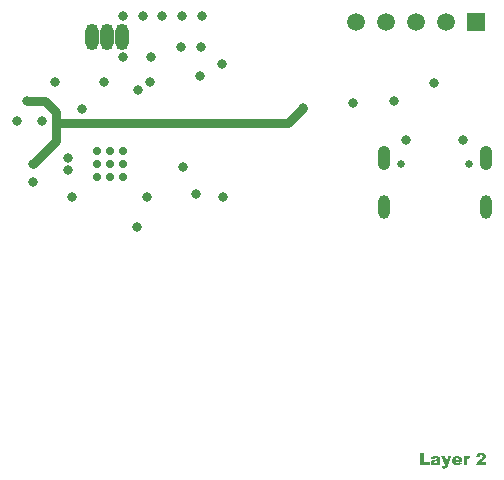
<source format=gbr>
%TF.GenerationSoftware,Altium Limited,Altium Designer,23.11.1 (41)*%
G04 Layer_Physical_Order=3*
G04 Layer_Color=16440176*
%FSLAX26Y26*%
%MOIN*%
%TF.SameCoordinates,9526E2AF-B100-4743-A6B5-6A4C7E8B4C09*%
%TF.FilePolarity,Positive*%
%TF.FileFunction,Copper,L3,Inr,Signal*%
%TF.Part,Single*%
G01*
G75*
%TA.AperFunction,ComponentPad*%
%ADD28C,0.025591*%
%ADD29O,0.041339X0.082677*%
%ADD30O,0.039370X0.078740*%
%ADD31R,0.059055X0.059055*%
%ADD32C,0.059055*%
%ADD33O,0.043622X0.088976*%
%TA.AperFunction,ViaPad*%
%ADD34C,0.031496*%
%ADD35C,0.027559*%
%TA.AperFunction,Conductor*%
%ADD36C,0.031496*%
G36*
X1858488Y-727231D02*
X1859144Y-727362D01*
X1859931Y-727559D01*
X1860850Y-727822D01*
X1861899Y-728215D01*
X1862949Y-728740D01*
X1859472Y-736612D01*
X1859407Y-736546D01*
X1859144Y-736481D01*
X1858816Y-736350D01*
X1858357Y-736153D01*
X1857373Y-735890D01*
X1856848Y-735825D01*
X1856389Y-735759D01*
X1856061D01*
X1855668Y-735825D01*
X1855143Y-735956D01*
X1854618Y-736218D01*
X1854093Y-736546D01*
X1853503Y-737006D01*
X1853043Y-737596D01*
X1852978Y-737727D01*
X1852912Y-737858D01*
X1852781Y-738121D01*
X1852650Y-738383D01*
X1852519Y-738777D01*
X1852322Y-739236D01*
X1852191Y-739761D01*
X1852060Y-740351D01*
X1851863Y-741073D01*
X1851732Y-741794D01*
X1851600Y-742713D01*
X1851469Y-743631D01*
X1851403Y-744681D01*
X1851338Y-745862D01*
Y-747108D01*
Y-756751D01*
X1840186D01*
Y-727822D01*
X1850551D01*
Y-732545D01*
X1850616Y-732479D01*
X1850813Y-732086D01*
X1851141Y-731561D01*
X1851535Y-730905D01*
X1851994Y-730183D01*
X1852519Y-729527D01*
X1853043Y-728871D01*
X1853634Y-728346D01*
X1853699Y-728281D01*
X1853896Y-728150D01*
X1854290Y-727953D01*
X1854749Y-727756D01*
X1855274Y-727559D01*
X1855930Y-727362D01*
X1856717Y-727231D01*
X1857570Y-727166D01*
X1858029D01*
X1858488Y-727231D01*
D02*
G37*
G36*
X1788100Y-758719D02*
Y-758785D01*
X1788034Y-758916D01*
X1787903Y-759244D01*
X1787772Y-759572D01*
X1787575Y-759966D01*
X1787378Y-760490D01*
X1786853Y-761606D01*
X1786263Y-762786D01*
X1785607Y-763967D01*
X1784885Y-765017D01*
X1784492Y-765476D01*
X1784098Y-765870D01*
X1783967Y-766001D01*
X1783770Y-766132D01*
X1783573Y-766263D01*
X1783245Y-766460D01*
X1782851Y-766722D01*
X1782458Y-766919D01*
X1781933Y-767182D01*
X1781343Y-767444D01*
X1780687Y-767641D01*
X1779965Y-767903D01*
X1779178Y-768100D01*
X1778325Y-768231D01*
X1777407Y-768362D01*
X1776357Y-768494D01*
X1774848D01*
X1774258Y-768428D01*
X1773471D01*
X1772421Y-768362D01*
X1771175Y-768231D01*
X1769666Y-768034D01*
X1767895Y-767838D01*
X1767042Y-760097D01*
X1767173D01*
X1767436Y-760228D01*
X1767960Y-760359D01*
X1768616Y-760490D01*
X1769403Y-760622D01*
X1770256Y-760753D01*
X1771306Y-760818D01*
X1772355Y-760884D01*
X1772684D01*
X1773012Y-760818D01*
X1773471Y-760753D01*
X1774520Y-760490D01*
X1775045Y-760294D01*
X1775504Y-759966D01*
X1775570Y-759900D01*
X1775701Y-759769D01*
X1775964Y-759572D01*
X1776226Y-759244D01*
X1776554Y-758785D01*
X1776947Y-758194D01*
X1777275Y-757538D01*
X1777603Y-756751D01*
X1765467Y-727822D01*
X1777144D01*
X1783114Y-747108D01*
X1788624Y-727822D01*
X1799580D01*
X1788100Y-758719D01*
D02*
G37*
G36*
X1899947Y-716210D02*
X1900538D01*
X1901850Y-716342D01*
X1903293Y-716473D01*
X1904802Y-716735D01*
X1906245Y-717063D01*
X1907557Y-717522D01*
X1907623D01*
X1907688Y-717588D01*
X1908082Y-717785D01*
X1908672Y-718113D01*
X1909459Y-718506D01*
X1910247Y-719097D01*
X1911100Y-719818D01*
X1911952Y-720606D01*
X1912739Y-721590D01*
X1912805Y-721721D01*
X1913068Y-722049D01*
X1913330Y-722639D01*
X1913724Y-723426D01*
X1914052Y-724345D01*
X1914380Y-725394D01*
X1914576Y-726575D01*
X1914642Y-727822D01*
Y-727887D01*
Y-727953D01*
Y-728150D01*
Y-728412D01*
X1914511Y-729134D01*
X1914380Y-730052D01*
X1914117Y-731102D01*
X1913724Y-732282D01*
X1913199Y-733529D01*
X1912477Y-734775D01*
Y-734841D01*
X1912346Y-734906D01*
X1912215Y-735103D01*
X1912083Y-735366D01*
X1911493Y-736022D01*
X1911100Y-736481D01*
X1910706Y-736940D01*
X1910181Y-737465D01*
X1909591Y-737990D01*
X1909000Y-738646D01*
X1908279Y-739236D01*
X1907492Y-739892D01*
X1906639Y-740614D01*
X1905720Y-741335D01*
X1904671Y-742057D01*
X1904605D01*
X1904540Y-742188D01*
X1904146Y-742450D01*
X1903555Y-742844D01*
X1902834Y-743303D01*
X1902112Y-743894D01*
X1901325Y-744418D01*
X1900669Y-744943D01*
X1900144Y-745337D01*
X1900079Y-745402D01*
X1899947Y-745468D01*
X1899685Y-745730D01*
X1899423Y-745993D01*
X1899029Y-746321D01*
X1898570Y-746714D01*
X1897520Y-747698D01*
X1914904D01*
Y-756751D01*
X1881580D01*
Y-756686D01*
Y-756554D01*
X1881645Y-756292D01*
X1881711Y-755898D01*
X1881776Y-755505D01*
X1881908Y-754980D01*
X1882039Y-754390D01*
X1882236Y-753734D01*
X1882629Y-752356D01*
X1883219Y-750782D01*
X1884007Y-749142D01*
X1884991Y-747502D01*
X1885056Y-747436D01*
X1885122Y-747305D01*
X1885319Y-747042D01*
X1885581Y-746714D01*
X1885909Y-746321D01*
X1886368Y-745796D01*
X1886893Y-745271D01*
X1887484Y-744615D01*
X1888139Y-743894D01*
X1888992Y-743106D01*
X1889845Y-742254D01*
X1890829Y-741335D01*
X1891944Y-740417D01*
X1893191Y-739433D01*
X1894503Y-738383D01*
X1895946Y-737268D01*
X1896012Y-737202D01*
X1896143Y-737137D01*
X1896405Y-736940D01*
X1896733Y-736678D01*
X1897586Y-736022D01*
X1898570Y-735234D01*
X1899620Y-734316D01*
X1900603Y-733398D01*
X1901522Y-732545D01*
X1901916Y-732151D01*
X1902178Y-731758D01*
X1902244Y-731692D01*
X1902375Y-731430D01*
X1902637Y-731036D01*
X1902899Y-730577D01*
X1903096Y-730052D01*
X1903359Y-729462D01*
X1903490Y-728806D01*
X1903555Y-728215D01*
Y-728150D01*
Y-727887D01*
X1903490Y-727559D01*
X1903359Y-727100D01*
X1903227Y-726641D01*
X1902965Y-726116D01*
X1902637Y-725591D01*
X1902178Y-725066D01*
X1902112Y-725001D01*
X1901916Y-724870D01*
X1901653Y-724673D01*
X1901259Y-724410D01*
X1900735Y-724148D01*
X1900144Y-723951D01*
X1899488Y-723820D01*
X1898767Y-723754D01*
X1898439D01*
X1898045Y-723820D01*
X1897520Y-723951D01*
X1896995Y-724082D01*
X1896405Y-724345D01*
X1895815Y-724673D01*
X1895290Y-725132D01*
X1895224Y-725198D01*
X1895093Y-725394D01*
X1894831Y-725722D01*
X1894568Y-726182D01*
X1894306Y-726838D01*
X1893978Y-727625D01*
X1893716Y-728609D01*
X1893519Y-729790D01*
X1882367Y-728937D01*
Y-728871D01*
Y-728740D01*
X1882432Y-728478D01*
X1882498Y-728150D01*
X1882563Y-727756D01*
X1882629Y-727297D01*
X1882891Y-726247D01*
X1883219Y-725066D01*
X1883613Y-723820D01*
X1884138Y-722639D01*
X1884728Y-721590D01*
X1884794Y-721458D01*
X1885056Y-721130D01*
X1885450Y-720671D01*
X1886040Y-720081D01*
X1886696Y-719425D01*
X1887549Y-718769D01*
X1888533Y-718178D01*
X1889648Y-717588D01*
X1889714D01*
X1889780Y-717522D01*
X1889976Y-717457D01*
X1890239Y-717391D01*
X1890567Y-717260D01*
X1890960Y-717129D01*
X1891419Y-716998D01*
X1891944Y-716866D01*
X1892535Y-716735D01*
X1893256Y-716604D01*
X1894765Y-716342D01*
X1896536Y-716210D01*
X1898504Y-716145D01*
X1899488D01*
X1899947Y-716210D01*
D02*
G37*
G36*
X1748739Y-727231D02*
X1750052Y-727297D01*
X1751363Y-727428D01*
X1752741Y-727559D01*
X1753922Y-727756D01*
X1754053D01*
X1754447Y-727887D01*
X1754972Y-728018D01*
X1755693Y-728281D01*
X1756480Y-728609D01*
X1757333Y-729002D01*
X1758186Y-729527D01*
X1758973Y-730118D01*
X1759039Y-730183D01*
X1759236Y-730314D01*
X1759498Y-730642D01*
X1759826Y-730970D01*
X1760154Y-731495D01*
X1760547Y-732086D01*
X1760876Y-732807D01*
X1761204Y-733594D01*
X1761269Y-733660D01*
X1761335Y-733988D01*
X1761466Y-734382D01*
X1761663Y-734972D01*
X1761794Y-735628D01*
X1761925Y-736350D01*
X1761991Y-737071D01*
X1762056Y-737858D01*
Y-750650D01*
Y-750716D01*
Y-750978D01*
Y-751372D01*
Y-751831D01*
X1762122Y-752881D01*
X1762188Y-753406D01*
X1762253Y-753865D01*
Y-753930D01*
X1762319Y-754062D01*
X1762384Y-754324D01*
X1762515Y-754652D01*
X1762647Y-755046D01*
X1762843Y-755570D01*
X1763106Y-756095D01*
X1763434Y-756751D01*
X1753004D01*
Y-756686D01*
X1752938Y-756554D01*
X1752676Y-756095D01*
X1752413Y-755570D01*
X1752216Y-755111D01*
Y-754980D01*
X1752085Y-754652D01*
X1751954Y-754062D01*
X1751888Y-753668D01*
X1751823Y-753209D01*
X1751757Y-753274D01*
X1751429Y-753537D01*
X1751035Y-753930D01*
X1750445Y-754390D01*
X1749789Y-754849D01*
X1749068Y-755374D01*
X1748280Y-755833D01*
X1747493Y-756226D01*
X1747362Y-756292D01*
X1746968Y-756423D01*
X1746378Y-756620D01*
X1745525Y-756817D01*
X1744541Y-757014D01*
X1743360Y-757210D01*
X1742048Y-757342D01*
X1740605Y-757407D01*
X1740080D01*
X1739752Y-757342D01*
X1739293D01*
X1738834Y-757276D01*
X1737653Y-757079D01*
X1736407Y-756817D01*
X1735095Y-756423D01*
X1733848Y-755833D01*
X1732733Y-755046D01*
X1732602Y-754914D01*
X1732340Y-754586D01*
X1731880Y-754062D01*
X1731421Y-753406D01*
X1730896Y-752553D01*
X1730437Y-751503D01*
X1730175Y-750388D01*
X1730043Y-749142D01*
Y-749076D01*
Y-749010D01*
Y-748617D01*
X1730175Y-747961D01*
X1730306Y-747239D01*
X1730503Y-746386D01*
X1730831Y-745468D01*
X1731290Y-744550D01*
X1731946Y-743697D01*
X1732012Y-743631D01*
X1732340Y-743369D01*
X1732864Y-742975D01*
X1733586Y-742516D01*
X1734570Y-741991D01*
X1735160Y-741729D01*
X1735816Y-741466D01*
X1736538Y-741204D01*
X1737325Y-741007D01*
X1738178Y-740745D01*
X1739096Y-740548D01*
X1739162D01*
X1739359Y-740482D01*
X1739687Y-740417D01*
X1740080Y-740351D01*
X1740605Y-740220D01*
X1741196Y-740154D01*
X1742507Y-739892D01*
X1743820Y-739564D01*
X1745197Y-739302D01*
X1745787Y-739170D01*
X1746378Y-739039D01*
X1746837Y-738908D01*
X1747231Y-738842D01*
X1747296D01*
X1747559Y-738777D01*
X1747952Y-738646D01*
X1748477Y-738449D01*
X1749068Y-738252D01*
X1749724Y-738055D01*
X1751232Y-737465D01*
Y-737399D01*
Y-737137D01*
X1751167Y-736809D01*
X1751101Y-736350D01*
X1750904Y-735431D01*
X1750642Y-734972D01*
X1750380Y-734644D01*
X1750314Y-734578D01*
X1750183Y-734513D01*
X1749986Y-734382D01*
X1749658Y-734185D01*
X1749264Y-734054D01*
X1748739Y-733922D01*
X1748083Y-733857D01*
X1747362Y-733791D01*
X1746903D01*
X1746444Y-733857D01*
X1745787Y-733922D01*
X1744476Y-734185D01*
X1743820Y-734382D01*
X1743229Y-734710D01*
X1743164D01*
X1743032Y-734841D01*
X1742835Y-735038D01*
X1742639Y-735234D01*
X1742376Y-735628D01*
X1742048Y-736022D01*
X1741786Y-736546D01*
X1741524Y-737202D01*
X1730896Y-736087D01*
Y-735956D01*
X1731027Y-735628D01*
X1731159Y-735103D01*
X1731355Y-734513D01*
X1731552Y-733791D01*
X1731880Y-733070D01*
X1732208Y-732414D01*
X1732602Y-731758D01*
X1732668Y-731692D01*
X1732799Y-731495D01*
X1733061Y-731167D01*
X1733455Y-730774D01*
X1733914Y-730380D01*
X1734439Y-729921D01*
X1735095Y-729462D01*
X1735882Y-729002D01*
X1735947Y-728937D01*
X1736144Y-728871D01*
X1736472Y-728674D01*
X1736997Y-728543D01*
X1737588Y-728281D01*
X1738309Y-728084D01*
X1739162Y-727887D01*
X1740080Y-727690D01*
X1740211D01*
X1740540Y-727625D01*
X1741064Y-727494D01*
X1741786Y-727428D01*
X1742704Y-727297D01*
X1743623Y-727231D01*
X1744738Y-727166D01*
X1747624D01*
X1748739Y-727231D01*
D02*
G37*
G36*
X1707215Y-746911D02*
X1726567D01*
Y-756751D01*
X1694882D01*
Y-716801D01*
X1707215D01*
Y-746911D01*
D02*
G37*
G36*
X1819325Y-727231D02*
X1819916D01*
X1820572Y-727297D01*
X1821293Y-727428D01*
X1822868Y-727625D01*
X1824507Y-727953D01*
X1826082Y-728412D01*
X1827525Y-729068D01*
X1827591D01*
X1827656Y-729134D01*
X1827853Y-729265D01*
X1828116Y-729396D01*
X1828772Y-729855D01*
X1829559Y-730446D01*
X1830477Y-731233D01*
X1831396Y-732217D01*
X1832248Y-733332D01*
X1833035Y-734578D01*
Y-734644D01*
X1833101Y-734710D01*
X1833232Y-734972D01*
X1833363Y-735234D01*
X1833495Y-735562D01*
X1833626Y-736022D01*
X1833823Y-736481D01*
X1834020Y-737071D01*
X1834151Y-737662D01*
X1834348Y-738383D01*
X1834676Y-739958D01*
X1834872Y-741794D01*
X1834938Y-743828D01*
Y-745074D01*
X1812699D01*
Y-745206D01*
X1812765Y-745534D01*
X1812831Y-745993D01*
X1812962Y-746583D01*
X1813159Y-747239D01*
X1813421Y-747895D01*
X1813684Y-748551D01*
X1814077Y-749076D01*
X1814143Y-749142D01*
X1814405Y-749338D01*
X1814733Y-749666D01*
X1815192Y-749994D01*
X1815848Y-750322D01*
X1816570Y-750650D01*
X1817357Y-750847D01*
X1818275Y-750913D01*
X1818538D01*
X1818866Y-750847D01*
X1819259Y-750782D01*
X1819719Y-750716D01*
X1820244Y-750585D01*
X1820834Y-750388D01*
X1821359Y-750126D01*
X1821424D01*
X1821490Y-749994D01*
X1821687Y-749863D01*
X1821949Y-749666D01*
X1822277Y-749470D01*
X1822605Y-749142D01*
X1822933Y-748748D01*
X1823327Y-748289D01*
X1834282Y-749273D01*
Y-749338D01*
X1834151Y-749470D01*
X1834020Y-749666D01*
X1833823Y-749994D01*
X1833298Y-750782D01*
X1832576Y-751700D01*
X1831658Y-752750D01*
X1830608Y-753799D01*
X1829493Y-754783D01*
X1828181Y-755570D01*
X1828116D01*
X1828050Y-755636D01*
X1827787Y-755767D01*
X1827525Y-755833D01*
X1827131Y-755964D01*
X1826738Y-756161D01*
X1826213Y-756292D01*
X1825623Y-756489D01*
X1824901Y-756686D01*
X1824179Y-756817D01*
X1823327Y-756948D01*
X1822408Y-757145D01*
X1821424Y-757210D01*
X1820375Y-757342D01*
X1819259Y-757407D01*
X1817160D01*
X1816636Y-757342D01*
X1816111D01*
X1814799Y-757210D01*
X1813355Y-757014D01*
X1811847Y-756751D01*
X1810338Y-756358D01*
X1809026Y-755833D01*
X1808960D01*
X1808895Y-755767D01*
X1808501Y-755505D01*
X1807845Y-755111D01*
X1807123Y-754586D01*
X1806271Y-753865D01*
X1805352Y-753012D01*
X1804434Y-751962D01*
X1803581Y-750716D01*
Y-750650D01*
X1803515Y-750585D01*
X1803384Y-750388D01*
X1803253Y-750060D01*
X1803056Y-749732D01*
X1802925Y-749338D01*
X1802532Y-748354D01*
X1802072Y-747108D01*
X1801744Y-745730D01*
X1801482Y-744090D01*
X1801416Y-742385D01*
Y-742319D01*
Y-742057D01*
Y-741729D01*
X1801482Y-741270D01*
X1801547Y-740679D01*
X1801679Y-740023D01*
X1801810Y-739236D01*
X1801941Y-738449D01*
X1802466Y-736678D01*
X1802794Y-735759D01*
X1803253Y-734841D01*
X1803712Y-733922D01*
X1804303Y-733070D01*
X1804959Y-732151D01*
X1805746Y-731364D01*
X1805812Y-731298D01*
X1805943Y-731167D01*
X1806205Y-730970D01*
X1806533Y-730708D01*
X1806992Y-730380D01*
X1807517Y-730052D01*
X1808173Y-729658D01*
X1808895Y-729265D01*
X1809682Y-728871D01*
X1810600Y-728478D01*
X1811584Y-728150D01*
X1812634Y-727822D01*
X1813815Y-727559D01*
X1815061Y-727362D01*
X1816373Y-727231D01*
X1817751Y-727166D01*
X1818800D01*
X1819325Y-727231D01*
D02*
G37*
%LPC*%
G36*
X1751232Y-743041D02*
X1751101Y-743106D01*
X1750839Y-743172D01*
X1750380Y-743369D01*
X1749724Y-743566D01*
X1749002Y-743762D01*
X1748215Y-744025D01*
X1746378Y-744484D01*
X1746312D01*
X1746247Y-744550D01*
X1745853Y-744615D01*
X1745263Y-744812D01*
X1744607Y-745074D01*
X1743885Y-745337D01*
X1743164Y-745599D01*
X1742573Y-745927D01*
X1742114Y-746255D01*
X1742048Y-746321D01*
X1741983Y-746386D01*
X1741851Y-746583D01*
X1741655Y-746846D01*
X1741327Y-747502D01*
X1741261Y-747895D01*
X1741196Y-748289D01*
Y-748354D01*
Y-748486D01*
X1741261Y-748748D01*
X1741327Y-749076D01*
X1741589Y-749732D01*
X1741786Y-750126D01*
X1742114Y-750454D01*
X1742179D01*
X1742311Y-750585D01*
X1742507Y-750716D01*
X1742770Y-750847D01*
X1743164Y-750978D01*
X1743623Y-751110D01*
X1744213Y-751175D01*
X1744803Y-751241D01*
X1745131D01*
X1745459Y-751175D01*
X1745919Y-751110D01*
X1746444Y-751044D01*
X1747034Y-750847D01*
X1747624Y-750650D01*
X1748215Y-750388D01*
X1748280Y-750322D01*
X1748477Y-750191D01*
X1748739Y-750060D01*
X1749133Y-749798D01*
X1749855Y-749076D01*
X1750248Y-748682D01*
X1750511Y-748223D01*
X1750576Y-748158D01*
X1750642Y-747961D01*
X1750773Y-747698D01*
X1750904Y-747305D01*
X1751035Y-746780D01*
X1751101Y-746255D01*
X1751232Y-745534D01*
Y-744812D01*
Y-743041D01*
D02*
G37*
G36*
X1818210Y-733726D02*
X1817751D01*
X1817292Y-733857D01*
X1816701Y-733988D01*
X1816045Y-734250D01*
X1815323Y-734644D01*
X1814602Y-735169D01*
X1813946Y-735890D01*
X1813880Y-735956D01*
X1813815Y-736153D01*
X1813618Y-736415D01*
X1813421Y-736874D01*
X1813224Y-737399D01*
X1813027Y-738055D01*
X1812831Y-738842D01*
X1812699Y-739761D01*
X1823655D01*
Y-739695D01*
Y-739630D01*
X1823589Y-739236D01*
X1823458Y-738646D01*
X1823327Y-737990D01*
X1823064Y-737202D01*
X1822802Y-736481D01*
X1822408Y-735759D01*
X1821883Y-735169D01*
X1821818Y-735103D01*
X1821621Y-734972D01*
X1821359Y-734710D01*
X1820899Y-734447D01*
X1820375Y-734185D01*
X1819784Y-733922D01*
X1818997Y-733791D01*
X1818210Y-733726D01*
D02*
G37*
%LPD*%
D28*
X1630315Y247244D02*
D03*
X1857874D02*
D03*
D29*
X1914173Y266929D02*
D03*
X1574016D02*
D03*
D30*
X1914173Y102362D02*
D03*
X1574016D02*
D03*
D31*
X1881102Y720472D02*
D03*
D32*
X1781102D02*
D03*
X1681102D02*
D03*
X1581102D02*
D03*
X1481102D02*
D03*
D33*
X600000Y669680D02*
D03*
X700000D02*
D03*
X650000D02*
D03*
D34*
X385827Y456693D02*
D03*
X476378Y519291D02*
D03*
X535433Y137795D02*
D03*
X751968Y35433D02*
D03*
X1304626Y433071D02*
D03*
X899114Y637795D02*
D03*
X798311Y602362D02*
D03*
X966535Y740158D02*
D03*
X901082D02*
D03*
X704724D02*
D03*
Y602362D02*
D03*
X770177Y740158D02*
D03*
X835630D02*
D03*
X964567Y637795D02*
D03*
X433071Y389764D02*
D03*
X350394D02*
D03*
X403543Y247638D02*
D03*
X960630Y539370D02*
D03*
X755905Y492126D02*
D03*
X795276Y519685D02*
D03*
X1035433Y578740D02*
D03*
X1472441Y448819D02*
D03*
X1606299Y456693D02*
D03*
X1740158Y515748D02*
D03*
X641535Y519488D02*
D03*
X566929Y429134D02*
D03*
X948819Y145669D02*
D03*
X903149Y236220D02*
D03*
X783465Y137795D02*
D03*
X403543Y185433D02*
D03*
X1039370Y137795D02*
D03*
X1838583Y326772D02*
D03*
X1649606D02*
D03*
X519685Y228346D02*
D03*
Y267716D02*
D03*
D35*
X618110Y291339D02*
D03*
X661417D02*
D03*
X704724D02*
D03*
X618110Y248031D02*
D03*
X661417D02*
D03*
X704724D02*
D03*
X618110Y204724D02*
D03*
X661417D02*
D03*
X704724D02*
D03*
D36*
X385827Y456693D02*
X444882D01*
X480315Y421260D01*
Y381890D02*
Y421260D01*
Y381890D02*
X1253445D01*
X403543Y247638D02*
X480315Y324409D01*
Y381890D01*
X1253445D02*
X1304626Y433071D01*
%TF.MD5,aba1e3d19310d472751fd95d4dbbe9a7*%
M02*

</source>
